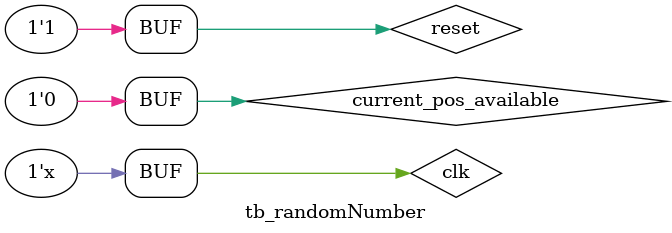
<source format=sv>
/*module tb_randomNumber;
	logic clk, reset;
	logic [3:0] ini_value;
	logic [3:0] random;

	randomNumber randomN (.clk(clk), .reset(reset), .ini_value(ini_value), .random(random));  
					  
	always #5 clk=~clk;				  

	initial begin
		clk=0;
		reset=0;
		ini_value=4'b1111;

		#20;
		reset=1;
	end
endmodule */

module tb_randomNumber;
	logic current_pos_available, confirm, clk,reset;
	logic [3:0] out;
	
	RandomPosition n (.current_pos_available(current_pos_available), .clk(clk),.reset(reset), .out(out), .confirm(confirm));
	always #5 clk=~clk;
	initial begin 
		clk = 0;
		reset=0;
		#1;
		reset=1;
		
		current_pos_available <= 1;
		#60 current_pos_available <= 0;
	end
endmodule

</source>
